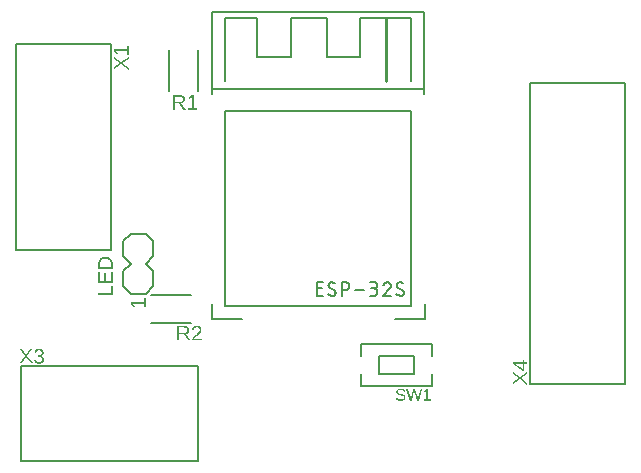
<source format=gbr>
G04 EAGLE Gerber RS-274X export*
G75*
%MOMM*%
%FSLAX34Y34*%
%LPD*%
%INSilkscreen Top*%
%IPPOS*%
%AMOC8*
5,1,8,0,0,1.08239X$1,22.5*%
G01*
G04 Define Apertures*
%ADD10C,0.127000*%
%ADD11C,0.200000*%
%ADD12C,0.254000*%
%ADD13C,0.152400*%
G36*
X98450Y334509D02*
X92038Y339203D01*
X86109Y334868D01*
X86109Y336716D01*
X90952Y340149D01*
X86109Y343486D01*
X86109Y345334D01*
X91977Y341113D01*
X98450Y345694D01*
X98450Y343846D01*
X93054Y340141D01*
X98450Y336357D01*
X98450Y334509D01*
G37*
G36*
X98450Y347410D02*
X97110Y347410D01*
X97110Y350554D01*
X87615Y350554D01*
X89604Y347769D01*
X88115Y347769D01*
X86109Y350686D01*
X86109Y352139D01*
X97110Y352139D01*
X97110Y355144D01*
X98450Y355144D01*
X98450Y347410D01*
G37*
G36*
X137730Y300945D02*
X136057Y300945D01*
X136057Y313285D01*
X141864Y313285D01*
X142370Y313271D01*
X142847Y313227D01*
X143294Y313154D01*
X143711Y313052D01*
X144098Y312921D01*
X144456Y312761D01*
X144784Y312571D01*
X145083Y312353D01*
X145348Y312108D01*
X145579Y311841D01*
X145774Y311550D01*
X145933Y311237D01*
X146057Y310901D01*
X146146Y310542D01*
X146199Y310160D01*
X146217Y309756D01*
X146204Y309419D01*
X146167Y309096D01*
X146104Y308786D01*
X146016Y308490D01*
X145904Y308208D01*
X145766Y307939D01*
X145603Y307685D01*
X145415Y307443D01*
X145205Y307220D01*
X144977Y307018D01*
X144729Y306838D01*
X144618Y306772D01*
X144462Y306679D01*
X144176Y306542D01*
X143871Y306427D01*
X143547Y306333D01*
X143204Y306261D01*
X144695Y303998D01*
X146707Y300945D01*
X144780Y300945D01*
X141575Y306068D01*
X137730Y306068D01*
X137730Y300945D01*
G37*
%LPC*%
G36*
X141767Y307391D02*
X142089Y307401D01*
X142391Y307430D01*
X142675Y307478D01*
X142940Y307545D01*
X143186Y307632D01*
X143414Y307738D01*
X143623Y307864D01*
X143813Y308008D01*
X143982Y308170D01*
X144129Y308348D01*
X144253Y308541D01*
X144354Y308750D01*
X144434Y308974D01*
X144490Y309213D01*
X144524Y309468D01*
X144535Y309738D01*
X144524Y310000D01*
X144489Y310245D01*
X144432Y310474D01*
X144352Y310687D01*
X144249Y310885D01*
X144124Y311066D01*
X143975Y311231D01*
X143804Y311380D01*
X143611Y311513D01*
X143398Y311628D01*
X143165Y311725D01*
X142911Y311804D01*
X142638Y311866D01*
X142345Y311910D01*
X142031Y311937D01*
X141697Y311945D01*
X137730Y311945D01*
X137730Y307391D01*
X141767Y307391D01*
G37*
%LPD*%
G36*
X156623Y300945D02*
X148889Y300945D01*
X148889Y302285D01*
X152034Y302285D01*
X152034Y311779D01*
X149248Y309791D01*
X149248Y311280D01*
X152165Y313285D01*
X153619Y313285D01*
X153619Y302285D01*
X156623Y302285D01*
X156623Y300945D01*
G37*
G36*
X113030Y133446D02*
X111690Y133446D01*
X111690Y136591D01*
X102196Y136591D01*
X104184Y133805D01*
X102695Y133805D01*
X100689Y136722D01*
X100689Y138176D01*
X111690Y138176D01*
X111690Y141180D01*
X113030Y141180D01*
X113030Y133446D01*
G37*
G36*
X85090Y165649D02*
X72749Y165649D01*
X72749Y169730D01*
X72755Y170117D01*
X72774Y170492D01*
X72805Y170856D01*
X72848Y171209D01*
X72903Y171550D01*
X72970Y171881D01*
X73050Y172200D01*
X73142Y172508D01*
X73247Y172805D01*
X73363Y173090D01*
X73492Y173365D01*
X73634Y173628D01*
X73787Y173880D01*
X73953Y174121D01*
X74131Y174351D01*
X74321Y174570D01*
X74523Y174776D01*
X74735Y174969D01*
X74958Y175148D01*
X75190Y175315D01*
X75434Y175468D01*
X75687Y175608D01*
X75951Y175734D01*
X76225Y175847D01*
X76510Y175947D01*
X76805Y176033D01*
X77110Y176107D01*
X77426Y176167D01*
X77752Y176213D01*
X78089Y176246D01*
X78435Y176266D01*
X78793Y176273D01*
X79263Y176261D01*
X79717Y176227D01*
X80158Y176168D01*
X80583Y176087D01*
X80993Y175982D01*
X81388Y175854D01*
X81769Y175703D01*
X82134Y175529D01*
X82482Y175333D01*
X82808Y175117D01*
X83114Y174883D01*
X83399Y174629D01*
X83662Y174355D01*
X83905Y174062D01*
X84127Y173750D01*
X84328Y173418D01*
X84507Y173070D01*
X84661Y172708D01*
X84792Y172334D01*
X84900Y171946D01*
X84983Y171546D01*
X85042Y171132D01*
X85078Y170705D01*
X85090Y170265D01*
X85090Y165649D01*
G37*
%LPC*%
G36*
X83750Y167322D02*
X83750Y170072D01*
X83741Y170406D01*
X83713Y170730D01*
X83666Y171044D01*
X83601Y171347D01*
X83517Y171641D01*
X83415Y171924D01*
X83294Y172196D01*
X83154Y172459D01*
X82997Y172709D01*
X82824Y172943D01*
X82634Y173163D01*
X82427Y173368D01*
X82205Y173559D01*
X81965Y173734D01*
X81710Y173894D01*
X81438Y174040D01*
X81151Y174169D01*
X80852Y174281D01*
X80540Y174376D01*
X80216Y174453D01*
X79879Y174514D01*
X79529Y174557D01*
X79167Y174583D01*
X78793Y174591D01*
X78236Y174572D01*
X77713Y174513D01*
X77225Y174415D01*
X76771Y174277D01*
X76350Y174100D01*
X75964Y173884D01*
X75612Y173629D01*
X75294Y173335D01*
X75011Y173003D01*
X74767Y172636D01*
X74560Y172234D01*
X74390Y171796D01*
X74259Y171324D01*
X74165Y170816D01*
X74108Y170273D01*
X74089Y169695D01*
X74089Y167322D01*
X83750Y167322D01*
G37*
%LPD*%
G36*
X85090Y153680D02*
X72749Y153680D01*
X72749Y163043D01*
X74116Y163043D01*
X74116Y155353D01*
X78074Y155353D01*
X78074Y162518D01*
X79423Y162518D01*
X79423Y155353D01*
X83724Y155353D01*
X83724Y163402D01*
X85090Y163402D01*
X85090Y153680D01*
G37*
G36*
X85090Y143711D02*
X72749Y143711D01*
X72749Y145384D01*
X83724Y145384D01*
X83724Y151620D01*
X85090Y151620D01*
X85090Y143711D01*
G37*
G36*
X8074Y85932D02*
X6226Y85932D01*
X10920Y92343D01*
X6585Y98273D01*
X8433Y98273D01*
X11866Y93429D01*
X15203Y98273D01*
X17051Y98273D01*
X12830Y92405D01*
X17411Y85932D01*
X15563Y85932D01*
X11858Y91327D01*
X8074Y85932D01*
G37*
G36*
X22762Y85757D02*
X22305Y85770D01*
X21872Y85810D01*
X21462Y85876D01*
X21077Y85968D01*
X20715Y86087D01*
X20376Y86232D01*
X20062Y86404D01*
X19771Y86602D01*
X19506Y86826D01*
X19269Y87075D01*
X19061Y87350D01*
X18880Y87650D01*
X18729Y87975D01*
X18605Y88326D01*
X18510Y88701D01*
X18444Y89103D01*
X20073Y89252D01*
X20120Y88986D01*
X20184Y88738D01*
X20263Y88507D01*
X20359Y88294D01*
X20471Y88097D01*
X20599Y87917D01*
X20743Y87755D01*
X20903Y87609D01*
X21079Y87481D01*
X21271Y87370D01*
X21479Y87276D01*
X21703Y87199D01*
X21944Y87139D01*
X22200Y87096D01*
X22473Y87070D01*
X22762Y87062D01*
X23051Y87071D01*
X23325Y87099D01*
X23583Y87144D01*
X23825Y87209D01*
X24050Y87291D01*
X24260Y87392D01*
X24454Y87511D01*
X24632Y87649D01*
X24791Y87804D01*
X24929Y87978D01*
X25045Y88169D01*
X25141Y88378D01*
X25215Y88605D01*
X25268Y88849D01*
X25300Y89112D01*
X25310Y89392D01*
X25298Y89637D01*
X25262Y89868D01*
X25201Y90085D01*
X25117Y90288D01*
X25008Y90478D01*
X24874Y90654D01*
X24717Y90816D01*
X24535Y90964D01*
X24331Y91096D01*
X24105Y91211D01*
X23857Y91308D01*
X23588Y91388D01*
X23298Y91449D01*
X22986Y91493D01*
X22652Y91520D01*
X22297Y91529D01*
X21404Y91529D01*
X21404Y92895D01*
X22262Y92895D01*
X22577Y92904D01*
X22874Y92930D01*
X23153Y92975D01*
X23413Y93036D01*
X23655Y93116D01*
X23879Y93213D01*
X24085Y93328D01*
X24272Y93460D01*
X24440Y93608D01*
X24585Y93770D01*
X24707Y93945D01*
X24808Y94133D01*
X24886Y94336D01*
X24942Y94551D01*
X24975Y94781D01*
X24986Y95023D01*
X24977Y95264D01*
X24950Y95492D01*
X24904Y95707D01*
X24841Y95909D01*
X24759Y96098D01*
X24659Y96274D01*
X24540Y96437D01*
X24404Y96587D01*
X24249Y96721D01*
X24077Y96838D01*
X23888Y96936D01*
X23680Y97017D01*
X23455Y97080D01*
X23212Y97125D01*
X22952Y97152D01*
X22674Y97161D01*
X22420Y97152D01*
X22178Y97127D01*
X21948Y97085D01*
X21731Y97027D01*
X21527Y96952D01*
X21335Y96860D01*
X21155Y96751D01*
X20988Y96626D01*
X20836Y96486D01*
X20700Y96332D01*
X20581Y96164D01*
X20479Y95982D01*
X20394Y95787D01*
X20325Y95579D01*
X20274Y95356D01*
X20239Y95120D01*
X18654Y95242D01*
X18712Y95611D01*
X18798Y95958D01*
X18913Y96285D01*
X19056Y96591D01*
X19227Y96876D01*
X19427Y97141D01*
X19654Y97384D01*
X19911Y97607D01*
X20191Y97806D01*
X20490Y97979D01*
X20809Y98125D01*
X21147Y98244D01*
X21504Y98337D01*
X21881Y98404D01*
X22276Y98444D01*
X22692Y98457D01*
X23143Y98443D01*
X23568Y98403D01*
X23968Y98335D01*
X24341Y98241D01*
X24689Y98120D01*
X25011Y97972D01*
X25307Y97796D01*
X25578Y97594D01*
X25819Y97368D01*
X26028Y97120D01*
X26205Y96852D01*
X26349Y96562D01*
X26462Y96251D01*
X26542Y95918D01*
X26591Y95565D01*
X26607Y95190D01*
X26596Y94901D01*
X26565Y94626D01*
X26514Y94365D01*
X26441Y94118D01*
X26348Y93885D01*
X26235Y93665D01*
X26100Y93459D01*
X25945Y93267D01*
X25771Y93090D01*
X25577Y92927D01*
X25365Y92779D01*
X25134Y92647D01*
X24884Y92529D01*
X24616Y92426D01*
X24329Y92338D01*
X24023Y92264D01*
X24023Y92229D01*
X24359Y92182D01*
X24676Y92116D01*
X24975Y92029D01*
X25253Y91923D01*
X25513Y91797D01*
X25754Y91651D01*
X25975Y91486D01*
X26177Y91301D01*
X26358Y91100D01*
X26515Y90886D01*
X26647Y90660D01*
X26756Y90421D01*
X26840Y90169D01*
X26900Y89905D01*
X26936Y89628D01*
X26948Y89339D01*
X26931Y88924D01*
X26880Y88533D01*
X26795Y88167D01*
X26677Y87824D01*
X26524Y87505D01*
X26337Y87211D01*
X26117Y86940D01*
X25862Y86694D01*
X25576Y86474D01*
X25261Y86284D01*
X24917Y86123D01*
X24544Y85991D01*
X24142Y85889D01*
X23711Y85815D01*
X23251Y85772D01*
X22762Y85757D01*
G37*
G36*
X338167Y54564D02*
X336570Y54564D01*
X333664Y64432D01*
X335057Y64432D01*
X336829Y58164D01*
X337132Y56970D01*
X337411Y55741D01*
X337799Y57422D01*
X338395Y59629D01*
X339743Y64432D01*
X341024Y64432D01*
X342740Y58290D01*
X343091Y56900D01*
X343357Y55741D01*
X343420Y55986D01*
X343728Y57299D01*
X344279Y59336D01*
X345696Y64432D01*
X347090Y64432D01*
X344183Y54564D01*
X342586Y54564D01*
X340877Y60832D01*
X340671Y61654D01*
X340387Y62941D01*
X340079Y61582D01*
X339538Y59554D01*
X338167Y54564D01*
G37*
G36*
X328871Y54424D02*
X328432Y54434D01*
X328016Y54463D01*
X327625Y54512D01*
X327257Y54581D01*
X326912Y54669D01*
X326592Y54777D01*
X326295Y54904D01*
X326022Y55051D01*
X325772Y55217D01*
X325547Y55403D01*
X325344Y55609D01*
X325166Y55834D01*
X325011Y56079D01*
X324880Y56344D01*
X324773Y56628D01*
X324689Y56931D01*
X325985Y57190D01*
X326049Y56975D01*
X326129Y56775D01*
X326224Y56590D01*
X326335Y56419D01*
X326462Y56263D01*
X326605Y56122D01*
X326763Y55996D01*
X326938Y55884D01*
X327128Y55787D01*
X327335Y55702D01*
X327558Y55630D01*
X327797Y55572D01*
X328053Y55526D01*
X328326Y55494D01*
X328614Y55474D01*
X328920Y55467D01*
X329234Y55474D01*
X329530Y55495D01*
X329808Y55530D01*
X330067Y55579D01*
X330308Y55641D01*
X330530Y55718D01*
X330734Y55808D01*
X330919Y55912D01*
X331084Y56030D01*
X331227Y56161D01*
X331348Y56304D01*
X331447Y56461D01*
X331524Y56631D01*
X331579Y56814D01*
X331612Y57010D01*
X331623Y57218D01*
X331609Y57449D01*
X331568Y57656D01*
X331499Y57841D01*
X331402Y58003D01*
X331281Y58147D01*
X331137Y58278D01*
X330971Y58396D01*
X330783Y58500D01*
X330345Y58680D01*
X329830Y58829D01*
X328604Y59116D01*
X328055Y59246D01*
X327576Y59376D01*
X327167Y59505D01*
X326829Y59635D01*
X326542Y59768D01*
X326287Y59909D01*
X326064Y60057D01*
X325873Y60213D01*
X325708Y60379D01*
X325564Y60558D01*
X325440Y60752D01*
X325337Y60958D01*
X325256Y61180D01*
X325198Y61417D01*
X325163Y61670D01*
X325152Y61939D01*
X325167Y62247D01*
X325212Y62536D01*
X325288Y62808D01*
X325394Y63061D01*
X325530Y63297D01*
X325697Y63514D01*
X325894Y63712D01*
X326122Y63893D01*
X326377Y64054D01*
X326659Y64193D01*
X326967Y64311D01*
X327301Y64408D01*
X327661Y64483D01*
X328047Y64537D01*
X328460Y64569D01*
X328899Y64579D01*
X329306Y64571D01*
X329690Y64547D01*
X330048Y64507D01*
X330382Y64451D01*
X330691Y64378D01*
X330975Y64290D01*
X331234Y64185D01*
X331469Y64065D01*
X331683Y63925D01*
X331880Y63762D01*
X332061Y63577D01*
X332225Y63369D01*
X332373Y63138D01*
X332504Y62885D01*
X332618Y62609D01*
X332716Y62310D01*
X331399Y62079D01*
X331339Y62268D01*
X331266Y62444D01*
X331181Y62607D01*
X331084Y62756D01*
X330974Y62891D01*
X330853Y63013D01*
X330719Y63122D01*
X330572Y63217D01*
X330413Y63300D01*
X330239Y63372D01*
X330050Y63433D01*
X329846Y63482D01*
X329395Y63549D01*
X328885Y63571D01*
X328597Y63565D01*
X328328Y63546D01*
X328076Y63516D01*
X327841Y63473D01*
X327624Y63418D01*
X327424Y63350D01*
X327242Y63271D01*
X327078Y63179D01*
X326932Y63075D01*
X326805Y62958D01*
X326698Y62830D01*
X326610Y62690D01*
X326542Y62538D01*
X326493Y62374D01*
X326464Y62197D01*
X326454Y62009D01*
X326469Y61791D01*
X326515Y61593D01*
X326590Y61415D01*
X326696Y61256D01*
X326830Y61113D01*
X326991Y60981D01*
X327179Y60861D01*
X327393Y60752D01*
X327677Y60643D01*
X328074Y60522D01*
X328584Y60389D01*
X329207Y60244D01*
X330114Y60030D01*
X330556Y59911D01*
X330979Y59771D01*
X331379Y59608D01*
X331753Y59418D01*
X332090Y59192D01*
X332379Y58920D01*
X332505Y58767D01*
X332617Y58600D01*
X332714Y58420D01*
X332796Y58227D01*
X332862Y58019D01*
X332909Y57793D01*
X332937Y57549D01*
X332947Y57288D01*
X332930Y56957D01*
X332880Y56644D01*
X332797Y56351D01*
X332680Y56077D01*
X332530Y55822D01*
X332346Y55587D01*
X332129Y55370D01*
X331879Y55173D01*
X331598Y54998D01*
X331290Y54845D01*
X330955Y54717D01*
X330593Y54611D01*
X330203Y54529D01*
X329786Y54471D01*
X329342Y54436D01*
X328871Y54424D01*
G37*
G36*
X354409Y54564D02*
X348224Y54564D01*
X348224Y55636D01*
X350739Y55636D01*
X350739Y63228D01*
X348511Y61638D01*
X348511Y62828D01*
X350844Y64432D01*
X352006Y64432D01*
X352006Y55636D01*
X354409Y55636D01*
X354409Y54564D01*
G37*
G36*
X433426Y79743D02*
X432200Y79743D01*
X423880Y85392D01*
X423880Y87047D01*
X432183Y87047D01*
X432183Y88782D01*
X433426Y88782D01*
X433426Y87047D01*
X436220Y87047D01*
X436220Y85558D01*
X433426Y85558D01*
X433426Y79743D01*
G37*
%LPC*%
G36*
X432183Y81197D02*
X432183Y85558D01*
X425658Y85558D01*
X426122Y85313D01*
X426700Y84972D01*
X431359Y81810D01*
X432007Y81337D01*
X432183Y81197D01*
G37*
%LPD*%
G36*
X436220Y67797D02*
X429809Y72491D01*
X423880Y68156D01*
X423880Y70004D01*
X428723Y73437D01*
X423880Y76774D01*
X423880Y78622D01*
X429748Y74400D01*
X436220Y78981D01*
X436220Y77133D01*
X430825Y73428D01*
X436220Y69645D01*
X436220Y67797D01*
G37*
G36*
X141540Y105410D02*
X139867Y105410D01*
X139867Y117751D01*
X145674Y117751D01*
X146180Y117736D01*
X146657Y117692D01*
X147104Y117620D01*
X147521Y117518D01*
X147908Y117386D01*
X148266Y117226D01*
X148594Y117037D01*
X148893Y116818D01*
X149158Y116573D01*
X149389Y116306D01*
X149584Y116016D01*
X149743Y115702D01*
X149867Y115366D01*
X149956Y115007D01*
X150009Y114626D01*
X150027Y114221D01*
X150014Y113884D01*
X149977Y113561D01*
X149914Y113251D01*
X149826Y112955D01*
X149714Y112673D01*
X149576Y112405D01*
X149413Y112150D01*
X149225Y111909D01*
X149015Y111685D01*
X148787Y111484D01*
X148539Y111303D01*
X148428Y111237D01*
X148272Y111145D01*
X147986Y111008D01*
X147681Y110892D01*
X147357Y110799D01*
X147014Y110726D01*
X148505Y108463D01*
X150517Y105410D01*
X148590Y105410D01*
X145385Y110534D01*
X141540Y110534D01*
X141540Y105410D01*
G37*
%LPC*%
G36*
X145577Y111856D02*
X145899Y111866D01*
X146201Y111895D01*
X146485Y111943D01*
X146750Y112011D01*
X146996Y112097D01*
X147224Y112204D01*
X147433Y112329D01*
X147623Y112474D01*
X147792Y112636D01*
X147939Y112813D01*
X148063Y113006D01*
X148164Y113215D01*
X148244Y113439D01*
X148300Y113678D01*
X148334Y113933D01*
X148345Y114204D01*
X148334Y114465D01*
X148299Y114710D01*
X148242Y114940D01*
X148162Y115153D01*
X148059Y115350D01*
X147934Y115531D01*
X147785Y115697D01*
X147614Y115846D01*
X147421Y115978D01*
X147208Y116093D01*
X146975Y116190D01*
X146721Y116270D01*
X146448Y116331D01*
X146155Y116375D01*
X145841Y116402D01*
X145507Y116411D01*
X141540Y116411D01*
X141540Y111856D01*
X145577Y111856D01*
G37*
%LPD*%
G36*
X160407Y105410D02*
X152235Y105410D01*
X152235Y106522D01*
X152471Y107020D01*
X152731Y107487D01*
X153016Y107924D01*
X153325Y108331D01*
X153651Y108714D01*
X153986Y109078D01*
X154328Y109423D01*
X154679Y109750D01*
X155385Y110362D01*
X156084Y110928D01*
X156747Y111471D01*
X157341Y112014D01*
X157608Y112289D01*
X157848Y112570D01*
X158061Y112858D01*
X158248Y113153D01*
X158399Y113460D01*
X158507Y113788D01*
X158572Y114135D01*
X158594Y114501D01*
X158584Y114748D01*
X158557Y114981D01*
X158510Y115199D01*
X158445Y115403D01*
X158361Y115593D01*
X158259Y115769D01*
X158138Y115931D01*
X157998Y116078D01*
X157842Y116209D01*
X157671Y116323D01*
X157486Y116419D01*
X157287Y116498D01*
X157072Y116560D01*
X156844Y116603D01*
X156600Y116630D01*
X156343Y116638D01*
X156097Y116630D01*
X155861Y116604D01*
X155637Y116561D01*
X155424Y116502D01*
X155222Y116425D01*
X155031Y116331D01*
X154852Y116219D01*
X154683Y116091D01*
X154528Y115947D01*
X154390Y115790D01*
X154269Y115618D01*
X154165Y115433D01*
X154078Y115234D01*
X154007Y115021D01*
X153954Y114794D01*
X153917Y114554D01*
X152305Y114703D01*
X152363Y115063D01*
X152449Y115405D01*
X152564Y115728D01*
X152707Y116032D01*
X152878Y116317D01*
X153078Y116583D01*
X153306Y116830D01*
X153562Y117059D01*
X153842Y117264D01*
X154141Y117442D01*
X154460Y117593D01*
X154798Y117716D01*
X155155Y117812D01*
X155532Y117880D01*
X155928Y117921D01*
X156343Y117935D01*
X156796Y117921D01*
X157222Y117880D01*
X157621Y117811D01*
X157993Y117715D01*
X158338Y117591D01*
X158656Y117440D01*
X158947Y117261D01*
X159211Y117054D01*
X159446Y116823D01*
X159650Y116568D01*
X159822Y116290D01*
X159963Y115989D01*
X160073Y115665D01*
X160151Y115318D01*
X160198Y114947D01*
X160214Y114554D01*
X160194Y114195D01*
X160132Y113838D01*
X160029Y113482D01*
X159886Y113126D01*
X159701Y112772D01*
X159477Y112417D01*
X159213Y112062D01*
X158909Y111707D01*
X158511Y111304D01*
X157965Y110803D01*
X157272Y110205D01*
X156430Y109509D01*
X155952Y109107D01*
X155526Y108726D01*
X155151Y108365D01*
X154828Y108024D01*
X154551Y107697D01*
X154315Y107375D01*
X154121Y107060D01*
X153969Y106750D01*
X160407Y106750D01*
X160407Y105410D01*
G37*
D10*
X168982Y383500D02*
X348982Y383500D01*
X348982Y318420D01*
X348996Y318420D02*
X348996Y313690D01*
X349250Y135890D02*
X349250Y123500D01*
X323850Y123500D01*
X194310Y123500D02*
X168910Y123500D01*
X168910Y135890D01*
X168910Y313690D02*
X168910Y318420D01*
X168982Y318420D01*
X168982Y383500D01*
X168982Y318420D02*
X348982Y318420D01*
X337982Y299800D02*
X337982Y134500D01*
X179982Y134500D01*
X179982Y299800D01*
X337982Y299800D01*
X263397Y143375D02*
X258317Y143375D01*
X258317Y154805D01*
X263397Y154805D01*
X262127Y149725D02*
X258317Y149725D01*
X271245Y143375D02*
X271345Y143377D01*
X271444Y143383D01*
X271544Y143393D01*
X271642Y143406D01*
X271741Y143424D01*
X271838Y143445D01*
X271934Y143470D01*
X272030Y143499D01*
X272124Y143532D01*
X272217Y143568D01*
X272308Y143608D01*
X272398Y143652D01*
X272486Y143699D01*
X272572Y143749D01*
X272656Y143803D01*
X272738Y143860D01*
X272817Y143920D01*
X272895Y143984D01*
X272969Y144050D01*
X273041Y144119D01*
X273110Y144191D01*
X273176Y144265D01*
X273240Y144343D01*
X273300Y144422D01*
X273357Y144504D01*
X273411Y144588D01*
X273461Y144674D01*
X273508Y144762D01*
X273552Y144852D01*
X273592Y144943D01*
X273628Y145036D01*
X273661Y145130D01*
X273690Y145226D01*
X273715Y145322D01*
X273736Y145419D01*
X273754Y145518D01*
X273767Y145616D01*
X273777Y145716D01*
X273783Y145815D01*
X273785Y145915D01*
X271245Y143374D02*
X271104Y143376D01*
X270963Y143381D01*
X270822Y143391D01*
X270681Y143404D01*
X270541Y143420D01*
X270401Y143441D01*
X270262Y143465D01*
X270123Y143493D01*
X269986Y143524D01*
X269849Y143559D01*
X269713Y143597D01*
X269578Y143639D01*
X269445Y143685D01*
X269312Y143734D01*
X269181Y143787D01*
X269052Y143843D01*
X268923Y143902D01*
X268797Y143965D01*
X268672Y144031D01*
X268549Y144100D01*
X268428Y144173D01*
X268309Y144249D01*
X268191Y144328D01*
X268076Y144409D01*
X267964Y144494D01*
X267853Y144582D01*
X267745Y144673D01*
X267639Y144766D01*
X267536Y144863D01*
X267435Y144962D01*
X267753Y152265D02*
X267755Y152365D01*
X267761Y152464D01*
X267771Y152564D01*
X267784Y152662D01*
X267802Y152761D01*
X267823Y152858D01*
X267848Y152954D01*
X267877Y153050D01*
X267910Y153144D01*
X267946Y153237D01*
X267986Y153328D01*
X268030Y153418D01*
X268077Y153506D01*
X268127Y153592D01*
X268181Y153676D01*
X268238Y153758D01*
X268298Y153837D01*
X268362Y153915D01*
X268428Y153989D01*
X268497Y154061D01*
X268569Y154130D01*
X268643Y154196D01*
X268721Y154260D01*
X268800Y154320D01*
X268882Y154377D01*
X268966Y154431D01*
X269052Y154481D01*
X269140Y154528D01*
X269230Y154572D01*
X269321Y154612D01*
X269414Y154648D01*
X269508Y154681D01*
X269604Y154710D01*
X269700Y154735D01*
X269797Y154756D01*
X269896Y154774D01*
X269994Y154787D01*
X270094Y154797D01*
X270193Y154803D01*
X270293Y154805D01*
X270426Y154803D01*
X270559Y154798D01*
X270692Y154788D01*
X270825Y154775D01*
X270957Y154758D01*
X271089Y154738D01*
X271220Y154714D01*
X271350Y154686D01*
X271480Y154655D01*
X271608Y154620D01*
X271736Y154581D01*
X271862Y154539D01*
X271987Y154493D01*
X272111Y154444D01*
X272234Y154392D01*
X272355Y154336D01*
X272474Y154276D01*
X272592Y154214D01*
X272707Y154148D01*
X272821Y154079D01*
X272933Y154006D01*
X273043Y153931D01*
X273151Y153852D01*
X269022Y150042D02*
X268938Y150094D01*
X268855Y150149D01*
X268775Y150208D01*
X268697Y150269D01*
X268622Y150333D01*
X268549Y150401D01*
X268478Y150471D01*
X268411Y150543D01*
X268346Y150618D01*
X268284Y150696D01*
X268225Y150776D01*
X268169Y150858D01*
X268117Y150942D01*
X268068Y151028D01*
X268022Y151116D01*
X267979Y151206D01*
X267940Y151297D01*
X267905Y151390D01*
X267873Y151484D01*
X267845Y151579D01*
X267820Y151675D01*
X267800Y151772D01*
X267782Y151870D01*
X267769Y151968D01*
X267760Y152067D01*
X267754Y152166D01*
X267752Y152265D01*
X272516Y148138D02*
X272600Y148086D01*
X272683Y148031D01*
X272763Y147972D01*
X272841Y147911D01*
X272916Y147847D01*
X272989Y147779D01*
X273060Y147709D01*
X273127Y147637D01*
X273192Y147562D01*
X273254Y147484D01*
X273313Y147404D01*
X273369Y147322D01*
X273421Y147238D01*
X273470Y147152D01*
X273516Y147064D01*
X273559Y146974D01*
X273598Y146883D01*
X273633Y146790D01*
X273665Y146696D01*
X273693Y146601D01*
X273718Y146505D01*
X273738Y146408D01*
X273756Y146310D01*
X273769Y146212D01*
X273778Y146113D01*
X273784Y146014D01*
X273786Y145915D01*
X272515Y148137D02*
X269023Y150042D01*
X279056Y154805D02*
X279056Y143375D01*
X279056Y154805D02*
X282231Y154805D01*
X282342Y154803D01*
X282452Y154797D01*
X282563Y154788D01*
X282673Y154774D01*
X282782Y154757D01*
X282891Y154736D01*
X282999Y154711D01*
X283106Y154682D01*
X283212Y154650D01*
X283317Y154614D01*
X283420Y154574D01*
X283522Y154531D01*
X283623Y154484D01*
X283722Y154433D01*
X283819Y154380D01*
X283913Y154323D01*
X284006Y154262D01*
X284097Y154199D01*
X284186Y154132D01*
X284272Y154062D01*
X284355Y153989D01*
X284437Y153914D01*
X284515Y153836D01*
X284590Y153754D01*
X284663Y153671D01*
X284733Y153585D01*
X284800Y153496D01*
X284863Y153405D01*
X284924Y153312D01*
X284981Y153217D01*
X285034Y153121D01*
X285085Y153022D01*
X285132Y152921D01*
X285175Y152819D01*
X285215Y152716D01*
X285251Y152611D01*
X285283Y152505D01*
X285312Y152398D01*
X285337Y152290D01*
X285358Y152181D01*
X285375Y152072D01*
X285389Y151962D01*
X285398Y151851D01*
X285404Y151741D01*
X285406Y151630D01*
X285404Y151519D01*
X285398Y151409D01*
X285389Y151298D01*
X285375Y151188D01*
X285358Y151079D01*
X285337Y150970D01*
X285312Y150862D01*
X285283Y150755D01*
X285251Y150649D01*
X285215Y150544D01*
X285175Y150441D01*
X285132Y150339D01*
X285085Y150238D01*
X285034Y150139D01*
X284981Y150042D01*
X284924Y149948D01*
X284863Y149855D01*
X284800Y149764D01*
X284733Y149675D01*
X284663Y149589D01*
X284590Y149506D01*
X284515Y149424D01*
X284437Y149346D01*
X284355Y149271D01*
X284272Y149198D01*
X284186Y149128D01*
X284097Y149061D01*
X284006Y148998D01*
X283913Y148937D01*
X283819Y148880D01*
X283722Y148827D01*
X283623Y148776D01*
X283522Y148729D01*
X283420Y148686D01*
X283317Y148646D01*
X283212Y148610D01*
X283106Y148578D01*
X282999Y148549D01*
X282891Y148524D01*
X282782Y148503D01*
X282673Y148486D01*
X282563Y148472D01*
X282452Y148463D01*
X282342Y148457D01*
X282231Y148455D01*
X279056Y148455D01*
X290041Y147820D02*
X297661Y147820D01*
X302868Y143375D02*
X306043Y143375D01*
X306154Y143377D01*
X306264Y143383D01*
X306375Y143392D01*
X306485Y143406D01*
X306594Y143423D01*
X306703Y143444D01*
X306811Y143469D01*
X306918Y143498D01*
X307024Y143530D01*
X307129Y143566D01*
X307232Y143606D01*
X307334Y143649D01*
X307435Y143696D01*
X307534Y143747D01*
X307631Y143800D01*
X307725Y143857D01*
X307818Y143918D01*
X307909Y143981D01*
X307998Y144048D01*
X308084Y144118D01*
X308167Y144191D01*
X308249Y144266D01*
X308327Y144344D01*
X308402Y144426D01*
X308475Y144509D01*
X308545Y144595D01*
X308612Y144684D01*
X308675Y144775D01*
X308736Y144868D01*
X308793Y144962D01*
X308846Y145059D01*
X308897Y145158D01*
X308944Y145259D01*
X308987Y145361D01*
X309027Y145464D01*
X309063Y145569D01*
X309095Y145675D01*
X309124Y145782D01*
X309149Y145890D01*
X309170Y145999D01*
X309187Y146108D01*
X309201Y146218D01*
X309210Y146329D01*
X309216Y146439D01*
X309218Y146550D01*
X309216Y146661D01*
X309210Y146771D01*
X309201Y146882D01*
X309187Y146992D01*
X309170Y147101D01*
X309149Y147210D01*
X309124Y147318D01*
X309095Y147425D01*
X309063Y147531D01*
X309027Y147636D01*
X308987Y147739D01*
X308944Y147841D01*
X308897Y147942D01*
X308846Y148041D01*
X308793Y148137D01*
X308736Y148232D01*
X308675Y148325D01*
X308612Y148416D01*
X308545Y148505D01*
X308475Y148591D01*
X308402Y148674D01*
X308327Y148756D01*
X308249Y148834D01*
X308167Y148909D01*
X308084Y148982D01*
X307998Y149052D01*
X307909Y149119D01*
X307818Y149182D01*
X307725Y149243D01*
X307631Y149300D01*
X307534Y149353D01*
X307435Y149404D01*
X307334Y149451D01*
X307232Y149494D01*
X307129Y149534D01*
X307024Y149570D01*
X306918Y149602D01*
X306811Y149631D01*
X306703Y149656D01*
X306594Y149677D01*
X306485Y149694D01*
X306375Y149708D01*
X306264Y149717D01*
X306154Y149723D01*
X306043Y149725D01*
X306678Y154805D02*
X302868Y154805D01*
X306678Y154805D02*
X306778Y154803D01*
X306877Y154797D01*
X306977Y154787D01*
X307075Y154774D01*
X307174Y154756D01*
X307271Y154735D01*
X307367Y154710D01*
X307463Y154681D01*
X307557Y154648D01*
X307650Y154612D01*
X307741Y154572D01*
X307831Y154528D01*
X307919Y154481D01*
X308005Y154431D01*
X308089Y154377D01*
X308171Y154320D01*
X308250Y154260D01*
X308328Y154196D01*
X308402Y154130D01*
X308474Y154061D01*
X308543Y153989D01*
X308609Y153915D01*
X308673Y153837D01*
X308733Y153758D01*
X308790Y153676D01*
X308844Y153592D01*
X308894Y153506D01*
X308941Y153418D01*
X308985Y153328D01*
X309025Y153237D01*
X309061Y153144D01*
X309094Y153050D01*
X309123Y152954D01*
X309148Y152858D01*
X309169Y152761D01*
X309187Y152662D01*
X309200Y152564D01*
X309210Y152464D01*
X309216Y152365D01*
X309218Y152265D01*
X309216Y152165D01*
X309210Y152066D01*
X309200Y151966D01*
X309187Y151868D01*
X309169Y151769D01*
X309148Y151672D01*
X309123Y151576D01*
X309094Y151480D01*
X309061Y151386D01*
X309025Y151293D01*
X308985Y151202D01*
X308941Y151112D01*
X308894Y151024D01*
X308844Y150938D01*
X308790Y150854D01*
X308733Y150772D01*
X308673Y150693D01*
X308609Y150615D01*
X308543Y150541D01*
X308474Y150469D01*
X308402Y150400D01*
X308328Y150334D01*
X308250Y150270D01*
X308171Y150210D01*
X308089Y150153D01*
X308005Y150099D01*
X307919Y150049D01*
X307831Y150002D01*
X307741Y149958D01*
X307650Y149918D01*
X307557Y149882D01*
X307463Y149849D01*
X307367Y149820D01*
X307271Y149795D01*
X307174Y149774D01*
X307075Y149756D01*
X306977Y149743D01*
X306877Y149733D01*
X306778Y149727D01*
X306678Y149725D01*
X304138Y149725D01*
X317791Y154805D02*
X317895Y154803D01*
X318000Y154797D01*
X318104Y154788D01*
X318207Y154775D01*
X318310Y154757D01*
X318412Y154737D01*
X318514Y154712D01*
X318614Y154684D01*
X318714Y154652D01*
X318812Y154616D01*
X318909Y154577D01*
X319004Y154535D01*
X319098Y154489D01*
X319190Y154439D01*
X319280Y154387D01*
X319368Y154331D01*
X319454Y154271D01*
X319538Y154209D01*
X319619Y154144D01*
X319698Y154076D01*
X319775Y154004D01*
X319848Y153931D01*
X319920Y153854D01*
X319988Y153775D01*
X320053Y153694D01*
X320115Y153610D01*
X320175Y153524D01*
X320231Y153436D01*
X320283Y153346D01*
X320333Y153254D01*
X320379Y153160D01*
X320421Y153065D01*
X320460Y152968D01*
X320496Y152870D01*
X320528Y152770D01*
X320556Y152670D01*
X320581Y152568D01*
X320601Y152466D01*
X320619Y152363D01*
X320632Y152260D01*
X320641Y152156D01*
X320647Y152051D01*
X320649Y151947D01*
X317791Y154805D02*
X317673Y154803D01*
X317554Y154797D01*
X317436Y154788D01*
X317319Y154775D01*
X317202Y154757D01*
X317085Y154737D01*
X316969Y154712D01*
X316854Y154684D01*
X316741Y154651D01*
X316628Y154616D01*
X316516Y154576D01*
X316406Y154534D01*
X316297Y154487D01*
X316189Y154437D01*
X316084Y154384D01*
X315980Y154327D01*
X315878Y154267D01*
X315778Y154204D01*
X315680Y154137D01*
X315584Y154068D01*
X315491Y153995D01*
X315400Y153919D01*
X315311Y153841D01*
X315225Y153759D01*
X315142Y153675D01*
X315061Y153589D01*
X314984Y153499D01*
X314909Y153408D01*
X314837Y153314D01*
X314768Y153217D01*
X314703Y153119D01*
X314640Y153018D01*
X314581Y152915D01*
X314525Y152811D01*
X314473Y152705D01*
X314424Y152597D01*
X314379Y152488D01*
X314337Y152377D01*
X314299Y152265D01*
X319696Y149725D02*
X319772Y149800D01*
X319847Y149879D01*
X319918Y149960D01*
X319987Y150044D01*
X320052Y150130D01*
X320114Y150218D01*
X320174Y150308D01*
X320230Y150400D01*
X320283Y150495D01*
X320332Y150591D01*
X320378Y150689D01*
X320421Y150788D01*
X320460Y150889D01*
X320495Y150991D01*
X320527Y151094D01*
X320555Y151198D01*
X320580Y151303D01*
X320601Y151410D01*
X320618Y151516D01*
X320631Y151623D01*
X320640Y151731D01*
X320646Y151839D01*
X320648Y151947D01*
X319696Y149725D02*
X314298Y143375D01*
X320648Y143375D01*
X329157Y143375D02*
X329257Y143377D01*
X329356Y143383D01*
X329456Y143393D01*
X329554Y143406D01*
X329653Y143424D01*
X329750Y143445D01*
X329846Y143470D01*
X329942Y143499D01*
X330036Y143532D01*
X330129Y143568D01*
X330220Y143608D01*
X330310Y143652D01*
X330398Y143699D01*
X330484Y143749D01*
X330568Y143803D01*
X330650Y143860D01*
X330729Y143920D01*
X330807Y143984D01*
X330881Y144050D01*
X330953Y144119D01*
X331022Y144191D01*
X331088Y144265D01*
X331152Y144343D01*
X331212Y144422D01*
X331269Y144504D01*
X331323Y144588D01*
X331373Y144674D01*
X331420Y144762D01*
X331464Y144852D01*
X331504Y144943D01*
X331540Y145036D01*
X331573Y145130D01*
X331602Y145226D01*
X331627Y145322D01*
X331648Y145419D01*
X331666Y145518D01*
X331679Y145616D01*
X331689Y145716D01*
X331695Y145815D01*
X331697Y145915D01*
X329157Y143374D02*
X329016Y143376D01*
X328875Y143381D01*
X328734Y143391D01*
X328593Y143404D01*
X328453Y143420D01*
X328313Y143441D01*
X328174Y143465D01*
X328035Y143493D01*
X327898Y143524D01*
X327761Y143559D01*
X327625Y143597D01*
X327490Y143639D01*
X327357Y143685D01*
X327224Y143734D01*
X327093Y143787D01*
X326964Y143843D01*
X326835Y143902D01*
X326709Y143965D01*
X326584Y144031D01*
X326461Y144100D01*
X326340Y144173D01*
X326221Y144249D01*
X326103Y144328D01*
X325988Y144409D01*
X325876Y144494D01*
X325765Y144582D01*
X325657Y144673D01*
X325551Y144766D01*
X325448Y144863D01*
X325347Y144962D01*
X325665Y152265D02*
X325667Y152365D01*
X325673Y152464D01*
X325683Y152564D01*
X325696Y152662D01*
X325714Y152761D01*
X325735Y152858D01*
X325760Y152954D01*
X325789Y153050D01*
X325822Y153144D01*
X325858Y153237D01*
X325898Y153328D01*
X325942Y153418D01*
X325989Y153506D01*
X326039Y153592D01*
X326093Y153676D01*
X326150Y153758D01*
X326210Y153837D01*
X326274Y153915D01*
X326340Y153989D01*
X326409Y154061D01*
X326481Y154130D01*
X326555Y154196D01*
X326633Y154260D01*
X326712Y154320D01*
X326794Y154377D01*
X326878Y154431D01*
X326964Y154481D01*
X327052Y154528D01*
X327142Y154572D01*
X327233Y154612D01*
X327326Y154648D01*
X327420Y154681D01*
X327516Y154710D01*
X327612Y154735D01*
X327709Y154756D01*
X327808Y154774D01*
X327906Y154787D01*
X328006Y154797D01*
X328105Y154803D01*
X328205Y154805D01*
X328338Y154803D01*
X328471Y154798D01*
X328604Y154788D01*
X328737Y154775D01*
X328869Y154758D01*
X329001Y154738D01*
X329132Y154714D01*
X329262Y154686D01*
X329392Y154655D01*
X329520Y154620D01*
X329648Y154581D01*
X329774Y154539D01*
X329899Y154493D01*
X330023Y154444D01*
X330146Y154392D01*
X330267Y154336D01*
X330386Y154276D01*
X330504Y154214D01*
X330619Y154148D01*
X330733Y154079D01*
X330845Y154006D01*
X330955Y153931D01*
X331063Y153852D01*
X326934Y150042D02*
X326850Y150094D01*
X326767Y150149D01*
X326687Y150208D01*
X326609Y150269D01*
X326534Y150333D01*
X326461Y150401D01*
X326390Y150471D01*
X326323Y150543D01*
X326258Y150618D01*
X326196Y150696D01*
X326137Y150776D01*
X326081Y150858D01*
X326029Y150942D01*
X325980Y151028D01*
X325934Y151116D01*
X325891Y151206D01*
X325852Y151297D01*
X325817Y151390D01*
X325785Y151484D01*
X325757Y151579D01*
X325732Y151675D01*
X325712Y151772D01*
X325694Y151870D01*
X325681Y151968D01*
X325672Y152067D01*
X325666Y152166D01*
X325664Y152265D01*
X330428Y148138D02*
X330512Y148086D01*
X330595Y148031D01*
X330675Y147972D01*
X330753Y147911D01*
X330828Y147847D01*
X330901Y147779D01*
X330972Y147709D01*
X331039Y147637D01*
X331104Y147562D01*
X331166Y147484D01*
X331225Y147404D01*
X331281Y147322D01*
X331333Y147238D01*
X331382Y147152D01*
X331428Y147064D01*
X331471Y146974D01*
X331510Y146883D01*
X331545Y146790D01*
X331577Y146696D01*
X331605Y146601D01*
X331630Y146505D01*
X331650Y146408D01*
X331668Y146310D01*
X331681Y146212D01*
X331690Y146113D01*
X331696Y146014D01*
X331698Y145915D01*
X330427Y148137D02*
X326935Y150042D01*
D11*
X207082Y378420D02*
X179982Y378420D01*
X207082Y378420D02*
X207082Y345276D01*
X236292Y345276D01*
X236292Y378420D01*
X266447Y378420D01*
X266447Y345276D01*
X294712Y345276D01*
X294712Y378420D01*
X316302Y378420D01*
X337892Y378420D01*
X179982Y378420D02*
X179982Y325080D01*
X337892Y325080D02*
X337892Y378420D01*
D12*
X316302Y378420D02*
X316302Y325080D01*
D10*
X83210Y356706D02*
X3210Y356706D01*
X83210Y356706D02*
X83210Y181706D01*
X3210Y181706D01*
X3210Y356706D01*
X156952Y351010D02*
X156952Y317010D01*
X132518Y317010D02*
X132518Y351010D01*
D13*
X93980Y163830D02*
X93980Y151130D01*
X93980Y163830D02*
X100330Y170180D01*
X113030Y170180D02*
X119380Y163830D01*
X100330Y170180D02*
X93980Y176530D01*
X93980Y189230D01*
X100330Y195580D01*
X113030Y195580D02*
X119380Y189230D01*
X119380Y176530D01*
X113030Y170180D01*
X113030Y144780D02*
X100330Y144780D01*
X93980Y151130D01*
X113030Y144780D02*
X119380Y151130D01*
X119380Y163830D01*
X113030Y195580D02*
X100330Y195580D01*
D10*
X7302Y83392D02*
X7302Y3392D01*
X7302Y83392D02*
X157302Y83392D01*
X157302Y3392D01*
X7302Y3392D01*
X355120Y67224D02*
X355120Y77224D01*
X355120Y67224D02*
X295120Y67224D01*
X295120Y77224D01*
X295120Y92224D02*
X295120Y102224D01*
X355120Y102224D01*
X355120Y92224D01*
X340120Y77224D02*
X310120Y77224D01*
X310120Y92224D01*
X340120Y92224D01*
X340120Y77224D01*
X438760Y68765D02*
X518760Y68765D01*
X438760Y68765D02*
X438760Y323013D01*
X518760Y323013D01*
X518760Y68765D01*
X151620Y119863D02*
X117620Y119863D01*
X117620Y144297D02*
X151620Y144297D01*
M02*

</source>
